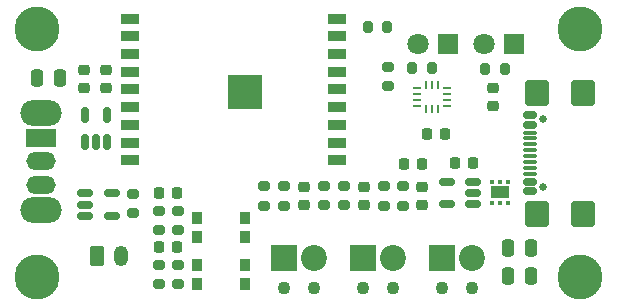
<source format=gbr>
%TF.GenerationSoftware,KiCad,Pcbnew,8.0.9-8.0.9-0~ubuntu22.04.1*%
%TF.CreationDate,2025-07-15T10:59:46-04:00*%
%TF.ProjectId,schematics,73636865-6d61-4746-9963-732e6b696361,rev?*%
%TF.SameCoordinates,Original*%
%TF.FileFunction,Soldermask,Top*%
%TF.FilePolarity,Negative*%
%FSLAX46Y46*%
G04 Gerber Fmt 4.6, Leading zero omitted, Abs format (unit mm)*
G04 Created by KiCad (PCBNEW 8.0.9-8.0.9-0~ubuntu22.04.1) date 2025-07-15 10:59:46*
%MOMM*%
%LPD*%
G01*
G04 APERTURE LIST*
G04 Aperture macros list*
%AMRoundRect*
0 Rectangle with rounded corners*
0 $1 Rounding radius*
0 $2 $3 $4 $5 $6 $7 $8 $9 X,Y pos of 4 corners*
0 Add a 4 corners polygon primitive as box body*
4,1,4,$2,$3,$4,$5,$6,$7,$8,$9,$2,$3,0*
0 Add four circle primitives for the rounded corners*
1,1,$1+$1,$2,$3*
1,1,$1+$1,$4,$5*
1,1,$1+$1,$6,$7*
1,1,$1+$1,$8,$9*
0 Add four rect primitives between the rounded corners*
20,1,$1+$1,$2,$3,$4,$5,0*
20,1,$1+$1,$4,$5,$6,$7,0*
20,1,$1+$1,$6,$7,$8,$9,0*
20,1,$1+$1,$8,$9,$2,$3,0*%
G04 Aperture macros list end*
%ADD10RoundRect,0.225000X-0.225000X-0.250000X0.225000X-0.250000X0.225000X0.250000X-0.225000X0.250000X0*%
%ADD11RoundRect,0.200000X0.275000X-0.200000X0.275000X0.200000X-0.275000X0.200000X-0.275000X-0.200000X0*%
%ADD12C,1.100000*%
%ADD13R,2.200000X2.200000*%
%ADD14C,2.200000*%
%ADD15RoundRect,0.225000X0.225000X0.250000X-0.225000X0.250000X-0.225000X-0.250000X0.225000X-0.250000X0*%
%ADD16RoundRect,0.250000X-0.250000X-0.475000X0.250000X-0.475000X0.250000X0.475000X-0.250000X0.475000X0*%
%ADD17RoundRect,0.200000X-0.200000X-0.275000X0.200000X-0.275000X0.200000X0.275000X-0.200000X0.275000X0*%
%ADD18R,0.900000X1.000000*%
%ADD19RoundRect,0.225000X-0.250000X0.225000X-0.250000X-0.225000X0.250000X-0.225000X0.250000X0.225000X0*%
%ADD20RoundRect,0.225000X0.250000X-0.225000X0.250000X0.225000X-0.250000X0.225000X-0.250000X-0.225000X0*%
%ADD21C,0.650000*%
%ADD22RoundRect,0.150000X0.425000X-0.150000X0.425000X0.150000X-0.425000X0.150000X-0.425000X-0.150000X0*%
%ADD23RoundRect,0.075000X0.500000X-0.075000X0.500000X0.075000X-0.500000X0.075000X-0.500000X-0.075000X0*%
%ADD24RoundRect,0.250000X0.750000X-0.840000X0.750000X0.840000X-0.750000X0.840000X-0.750000X-0.840000X0*%
%ADD25RoundRect,0.093750X0.106250X-0.093750X0.106250X0.093750X-0.106250X0.093750X-0.106250X-0.093750X0*%
%ADD26R,1.600000X1.000000*%
%ADD27C,3.800000*%
%ADD28RoundRect,0.200000X-0.275000X0.200000X-0.275000X-0.200000X0.275000X-0.200000X0.275000X0.200000X0*%
%ADD29RoundRect,0.150000X0.150000X-0.512500X0.150000X0.512500X-0.150000X0.512500X-0.150000X-0.512500X0*%
%ADD30RoundRect,0.150000X0.512500X0.150000X-0.512500X0.150000X-0.512500X-0.150000X0.512500X-0.150000X0*%
%ADD31RoundRect,0.250000X0.250000X0.475000X-0.250000X0.475000X-0.250000X-0.475000X0.250000X-0.475000X0*%
%ADD32R,1.800000X1.800000*%
%ADD33C,1.800000*%
%ADD34RoundRect,0.250000X-0.350000X-0.625000X0.350000X-0.625000X0.350000X0.625000X-0.350000X0.625000X0*%
%ADD35O,1.200000X1.750000*%
%ADD36R,0.675000X0.250000*%
%ADD37R,0.250000X0.675000*%
%ADD38O,3.500000X2.200000*%
%ADD39R,2.500000X1.500000*%
%ADD40O,2.500000X1.500000*%
%ADD41RoundRect,0.200000X0.200000X0.275000X-0.200000X0.275000X-0.200000X-0.275000X0.200000X-0.275000X0*%
%ADD42R,1.500000X0.900000*%
%ADD43C,0.600000*%
%ADD44R,2.900000X2.900000*%
%ADD45RoundRect,0.150000X-0.512500X-0.150000X0.512500X-0.150000X0.512500X0.150000X-0.512500X0.150000X0*%
G04 APERTURE END LIST*
D10*
%TO.C,C3*%
X166400000Y-85500000D03*
X167950000Y-85500000D03*
%TD*%
D11*
%TO.C,R1*%
X145300000Y-93625000D03*
X145300000Y-91975000D03*
%TD*%
%TO.C,R13*%
X159400000Y-91525000D03*
X159400000Y-89875000D03*
%TD*%
D12*
%TO.C,J3*%
X154320000Y-98540000D03*
X156860000Y-98540000D03*
D13*
X154320000Y-96000000D03*
D14*
X156860000Y-96000000D03*
%TD*%
D15*
%TO.C,C11*%
X165975000Y-88000000D03*
X164425000Y-88000000D03*
%TD*%
D11*
%TO.C,R12*%
X152600000Y-91550000D03*
X152600000Y-89900000D03*
%TD*%
D16*
%TO.C,C10*%
X173275000Y-97500000D03*
X175175000Y-97500000D03*
%TD*%
D17*
%TO.C,R10*%
X165175000Y-79900000D03*
X166825000Y-79900000D03*
%TD*%
D18*
%TO.C,SW5*%
X146900000Y-96600000D03*
X151000000Y-96600000D03*
X146900000Y-98200000D03*
X151000000Y-98200000D03*
%TD*%
D19*
%TO.C,C4*%
X166000000Y-89925000D03*
X166000000Y-91475000D03*
%TD*%
D20*
%TO.C,C12*%
X139200000Y-81575000D03*
X139200000Y-80025000D03*
%TD*%
D17*
%TO.C,R8*%
X171350000Y-80000000D03*
X173000000Y-80000000D03*
%TD*%
D21*
%TO.C,J1*%
X176195000Y-89990000D03*
X176195000Y-84210000D03*
D22*
X175120000Y-90300000D03*
X175120000Y-89500000D03*
D23*
X175120000Y-88350000D03*
X175120000Y-87350000D03*
X175120000Y-86850000D03*
X175120000Y-85850000D03*
D22*
X175120000Y-84700000D03*
X175120000Y-83900000D03*
X175120000Y-83900000D03*
X175120000Y-84700000D03*
D23*
X175120000Y-85350000D03*
X175120000Y-86350000D03*
X175120000Y-87850000D03*
X175120000Y-88850000D03*
D22*
X175120000Y-89500000D03*
X175120000Y-90300000D03*
D24*
X175695000Y-92210000D03*
X179625000Y-92210000D03*
X175695000Y-81990000D03*
X179625000Y-81990000D03*
%TD*%
D11*
%TO.C,R6*%
X154300000Y-91550000D03*
X154300000Y-89900000D03*
%TD*%
D25*
%TO.C,U5*%
X171950000Y-91300000D03*
X172600000Y-91300000D03*
X173250000Y-91300000D03*
X173250000Y-89525000D03*
X172600000Y-89525000D03*
X171950000Y-89525000D03*
D26*
X172600000Y-90412500D03*
%TD*%
D27*
%TO.C,REF\u002A\u002A*%
X133400000Y-97599998D03*
%TD*%
D28*
%TO.C,R11*%
X163100000Y-79775000D03*
X163100000Y-81425000D03*
%TD*%
D27*
%TO.C,REF\u002A\u002A*%
X133399999Y-76599997D03*
%TD*%
D29*
%TO.C,U3*%
X137450000Y-86137500D03*
X138400000Y-86137500D03*
X139350000Y-86137500D03*
X139350000Y-83862500D03*
X137450000Y-83862500D03*
%TD*%
D15*
%TO.C,C13*%
X170300000Y-87900000D03*
X168750000Y-87900000D03*
%TD*%
D12*
%TO.C,J5*%
X167660000Y-98540000D03*
X170200000Y-98540000D03*
D13*
X167660000Y-96000000D03*
D14*
X170200000Y-96000000D03*
%TD*%
D30*
%TO.C,U2*%
X170337500Y-91400000D03*
X170337500Y-90450000D03*
X170337500Y-89500000D03*
X168062500Y-89500000D03*
X168062500Y-91400000D03*
%TD*%
D31*
%TO.C,C9*%
X135300000Y-80700000D03*
X133400000Y-80700000D03*
%TD*%
D10*
%TO.C,C5*%
X143725000Y-90500000D03*
X145275000Y-90500000D03*
%TD*%
D12*
%TO.C,J4*%
X161000000Y-98540000D03*
X163540000Y-98540000D03*
D13*
X161000000Y-96000000D03*
D14*
X163540000Y-96000000D03*
%TD*%
D28*
%TO.C,R4*%
X145300000Y-96550000D03*
X145300000Y-98200000D03*
%TD*%
D19*
%TO.C,C8*%
X161100000Y-89925000D03*
X161100000Y-91475000D03*
%TD*%
D18*
%TO.C,SW4*%
X146900000Y-92600000D03*
X151000000Y-92600000D03*
X146900000Y-94200000D03*
X151000000Y-94200000D03*
%TD*%
D28*
%TO.C,R_PROG1*%
X141500000Y-90525000D03*
X141500000Y-92175000D03*
%TD*%
D11*
%TO.C,R7*%
X162800000Y-91550000D03*
X162800000Y-89900000D03*
%TD*%
D28*
%TO.C,R2*%
X143750000Y-91975000D03*
X143750000Y-93625000D03*
%TD*%
D32*
%TO.C,D1*%
X173770000Y-77835000D03*
D33*
X171230000Y-77835000D03*
%TD*%
D27*
%TO.C,REF\u002A\u002A*%
X179400000Y-97599998D03*
%TD*%
D20*
%TO.C,C14*%
X137400000Y-81600000D03*
X137400000Y-80050000D03*
%TD*%
D27*
%TO.C,REF\u002A\u002A*%
X179400000Y-76599998D03*
%TD*%
D34*
%TO.C,J2*%
X138500000Y-95800000D03*
D35*
X140500000Y-95800000D03*
%TD*%
D20*
%TO.C,C2*%
X172000000Y-83100000D03*
X172000000Y-81550000D03*
%TD*%
D36*
%TO.C,U6*%
X165575000Y-81600000D03*
X165575000Y-82100000D03*
X165575000Y-82600000D03*
X165575000Y-83100000D03*
D37*
X166337500Y-83362500D03*
X166837500Y-83362500D03*
X167337500Y-83362500D03*
D36*
X168100000Y-83100000D03*
X168100000Y-82600000D03*
X168100000Y-82100000D03*
X168100000Y-81600000D03*
D37*
X167337500Y-81337500D03*
X166837500Y-81337500D03*
X166337500Y-81337500D03*
%TD*%
D10*
%TO.C,C6*%
X143725000Y-95075000D03*
X145275000Y-95075000D03*
%TD*%
D28*
%TO.C,R3*%
X143750000Y-96550000D03*
X143750000Y-98200000D03*
%TD*%
D16*
%TO.C,C15*%
X173275000Y-95100000D03*
X175175000Y-95100000D03*
%TD*%
D38*
%TO.C,SW1*%
X133700000Y-83700000D03*
X133700000Y-91900000D03*
D39*
X133700000Y-85800000D03*
D40*
X133700000Y-87800000D03*
X133700000Y-89800000D03*
%TD*%
D41*
%TO.C,R9*%
X163025000Y-76400000D03*
X161375000Y-76400000D03*
%TD*%
D32*
%TO.C,D2*%
X168170000Y-77835000D03*
D33*
X165630000Y-77835000D03*
%TD*%
D19*
%TO.C,C7*%
X156000000Y-89925000D03*
X156000000Y-91475000D03*
%TD*%
D11*
%TO.C,R5*%
X157700000Y-91525000D03*
X157700000Y-89875000D03*
%TD*%
D42*
%TO.C,U1*%
X141300000Y-75700000D03*
X141300000Y-77200000D03*
X141300000Y-78700000D03*
X141300000Y-80200000D03*
X141300000Y-81700000D03*
X141300000Y-83200000D03*
X141300000Y-84700000D03*
X141300000Y-86200000D03*
X141300000Y-87700000D03*
X158800000Y-87700000D03*
X158800000Y-86200000D03*
X158800000Y-84700000D03*
X158800000Y-83200000D03*
X158800000Y-81700000D03*
X158800000Y-80200000D03*
X158800000Y-78700000D03*
X158800000Y-77200000D03*
X158800000Y-75700000D03*
D43*
X149910000Y-81350000D03*
X149910000Y-82450000D03*
X150460000Y-80800000D03*
X150460000Y-81900000D03*
X150460000Y-83000000D03*
X151010000Y-81350000D03*
D44*
X151010000Y-81900000D03*
D43*
X151010000Y-82450000D03*
X151560000Y-80800000D03*
X151560000Y-81900000D03*
X151560000Y-83000000D03*
X152110000Y-81350000D03*
X152110000Y-82450000D03*
%TD*%
D45*
%TO.C,U4*%
X137425000Y-90500000D03*
X137425000Y-91450000D03*
X137425000Y-92400000D03*
X139700000Y-92400000D03*
X139700000Y-90500000D03*
%TD*%
D11*
%TO.C,R14*%
X164400000Y-91550000D03*
X164400000Y-89900000D03*
%TD*%
M02*

</source>
